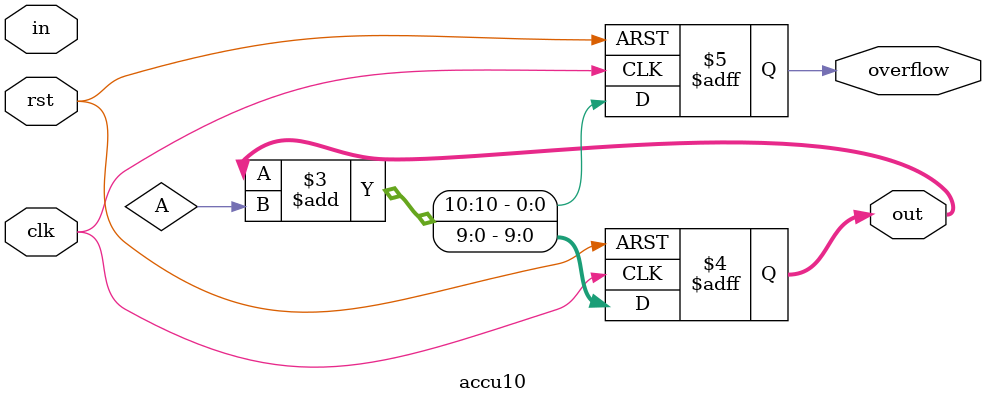
<source format=v>
module accu10(out, overflow, in, clk, rst);
	// Module to take a single bit input and turn it into a 10 bit output
	input in;
	input clk;
	input rst;
	output wire [9:0] out;
	output reg overflow;
	always@(posedge clk or negedge rst) begin
		if(~rst) begin
			out <= 'b0;
			overflow <= 'b0;
		end else begin
			{overflow, out} <= out + A;
		end
	end
endmodule
</source>
